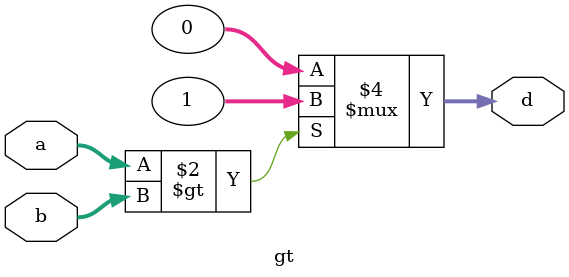
<source format=v>
module gt(a, b, d);
	input  [31:0] a, b;
	output reg [31:0] d;

	wire   [31:0] c;
	
//	assign c = 8'b000010;
	
	always @(*) begin
		if (a > b)
			d <= 1;
		else
			d <= 0;
	end
//	always @(*) begin
//		if (a[31] > b[31])
//			d <= 1;
//		else if (a[31] < b[31])
//			d <= 0;
//		else
//			if (a[30] > b[30])
//				d <= 1;
//			else if (a[30] < b[30])
//				d <= 0;
//			 else
//				if (a[29] > b[29])
//					d <= 1;
//				else if (a[29] < b[29])
//					d <= 0;
//				else
//					if (a[28] > b[28])
//						d <= 1;
//					else if (a[28] < b[28])
//						d <= 0;
//					else
//						if (a[27] > b[27])
//							d <= 1;
//						else if (a[27] < b[27])
//							d <= 0;
//						else
//							if (a[26] > b[26])
//								d <= 1;
//							else if (a[26] < b[26])
//								d <= 0;
//							else
//								if (a[25] > b[25])
//									d <= 1;
//								else if (a[25] < b[25])
//									d <= 0;
//								else
//									if (a[24] > b[24])
//										d <= 1;
//									else if (a[24] < b[24])
//										d <= 0;
//									else
//										if (a[23] > b[23])
//											d <= 1;
//										else if (a[23] < b[23])
//											d <= 0;
//										else
//											if (a[22] > b[22])
//			d <= 1;
//		else if (a[22] < b[22])
//			d <= 0;
//		else
//			if (a[21] > b[21])
//			d <= 1;
//		else if (a[21] < b[21])
//			d <= 0;
//		else
//			if (a[20] > b[20])
//			d <= 1;
//		else if (a[20] < b[20])
//			d <= 0;
//		else
//			if (a[19] > b[19])
//			d <= 1;
//		else if (a[19] < b[19])
//			d <= 0;
//		else
//			if (a[18] > b[18])
//			d <= 1;
//		else if (a[18] < b[18])
//			d <= 0;
//		else
//			if (a[17] > b[17])
//			d <= 1;
//		else if (a[17] < b[17])
//			d <= 0;
//		else
//			if (a[16] > b[16])
//			d <= 1;
//		else if (a[16] < b[16])
//			d <= 0;
//		else
//			if (a[15] > b[15])
//			d <= 1;
//		else if (a[15] < b[15])
//			d <= 0;
//		else
//			if (a[14] > b[14])
//			d <= 1;
//		else if (a[14] < b[14])
//			d <= 0;
//		else
//			if (a[13] > b[13])
//			d <= 1;
//		else if (a[13] < b[13])
//			d <= 0;
//		else
//			if (a[12] > b[12])
//			d <= 1;
//		else if (a[12] < b[12])
//			d <= 0;
//		else
//			if (a[11] > b[11]) 
//			d <= 1;
//		else if (a[11] < b[11]) 
//			d <= 0;
//		else
//			if (a[10] > b[10]) 
//			d <= 1;
//		else if (a[10] < b[10]) 
//			d <= 0;
//		else
//			if (a[9] > b[9]) 
//			d <= 1;
//		else if (a[9] < b[9]) 
//			d <= 0;
//		else
//			if (a[8] > b[8]) 
//			d <= 1;
//		else if (a[8] < b[8]) 
//			d <= 0;
//		else
//			if (a[7] > b[7]) 
//			d <= 1;
//		else if (a[7] < b[7])
//			d <= 0;
//		else
//			if (a[6] > b[6])
//			d <= 1;
//		else if (a[6] < b[6])
//			d <= 0;
//		else
//			if (a[5] > b[5]) 
//			d <= 1;
//		else if (a[5] < b[5])
//			d <= 0;
//		else
//			if (a[4] > b[4])
//			d <= 1;
//		else if (a[4] < b[4])
//			d <= 0;
//		else 
//			if (a[3] > b[3]) 
//			d <= 1;
//		else if (a[3] < b[3]) 
//			d <= 0;
//		else
//			if (a[2] > b[2])
//			d <= 1;
//		else if (a[2] < b[2]) 
//			d <= 0;
//		else
//			if (a[1] > b[1]) 
//			d <= 1;
//		else if (a[1] < b[1]) 
//			d <= 0;
//		else
//			if (a[0] > b[0]) 
//			d <= 1;
//		else if (a[0] < b[0]) 
//			d <= 0;
//		else
//			d <= 0;
//		end
endmodule
</source>
